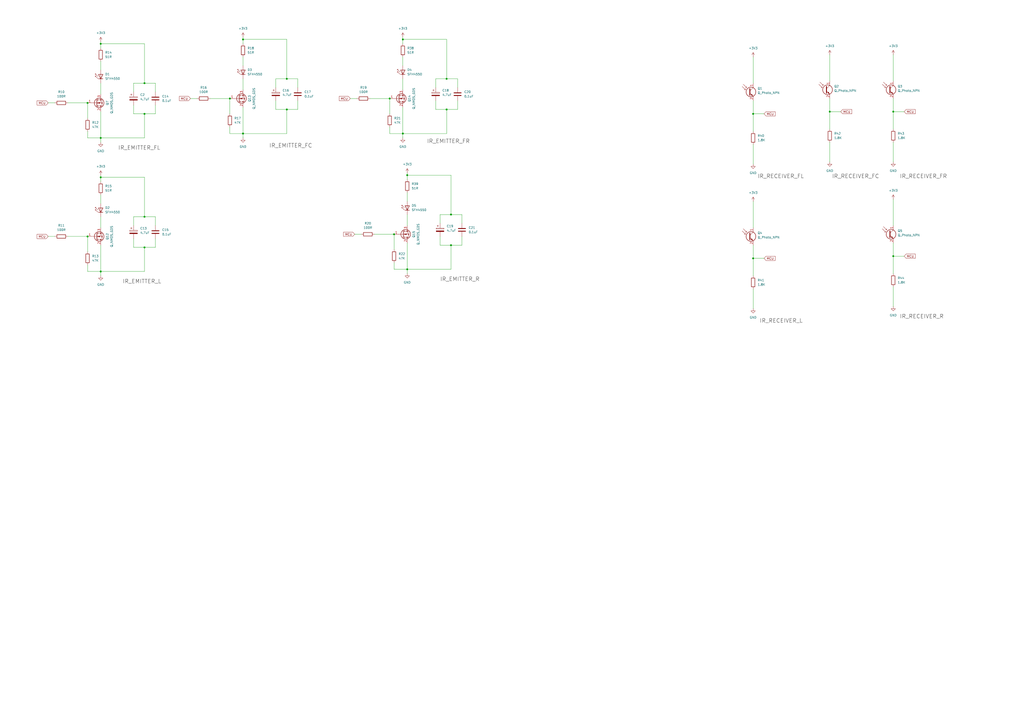
<source format=kicad_sch>
(kicad_sch (version 20250114) (generator "eeschema") (generator_version "9.0")
  (paper "A2")
  (lib_symbols
    (symbol "Device:C" (pin_numbers (hide yes)) (pin_names (offset 0.254))
      (property "Reference" "C" (at 0.635 2.54 0))
      (property "Value" "C" (at 0.635 -2.54 0))
      (symbol "C_0_1"
        (polyline (pts (xy -2.032 0.762) (xy 2.032 0.762)) (stroke (width 0.508)))
        (polyline (pts (xy -2.032 -0.762) (xy 2.032 -0.762)) (stroke (width 0.508)))
      )
      (symbol "C_1_1"
        (pin passive line (at 0 3.81 270) (length 2.794) (name "~") (number "1"))
        (pin passive line (at 0 -3.81 90) (length 2.794) (name "~") (number "2"))
      )
    )
    (symbol "Device:C_Polarized" (pin_numbers (hide yes)) (pin_names (offset 0.254))
      (property "Reference" "C" (at 0.635 2.54 0))
      (property "Value" "C_Polarized" (at 0.635 -2.54 0))
      (symbol "C_Polarized_0_1"
        (rectangle (start -2.286 0.508) (end 2.286 1.016))
        (polyline (pts (xy -1.778 2.286) (xy -0.762 2.286)))
        (polyline (pts (xy -1.27 2.794) (xy -1.27 1.778)))
        (rectangle (start 2.286 -0.508) (end -2.286 -1.016) (fill (type outline)))
      )
      (symbol "C_Polarized_1_1"
        (pin passive line (at 0 3.81 270) (length 2.794) (name "~") (number "1"))
        (pin passive line (at 0 -3.81 90) (length 2.794) (name "~") (number "2"))
      )
    )
    (symbol "Device:Q_Photo_NPN" (pin_names (offset 0) (hide yes))
      (property "Reference" "Q" (at 5.08 1.27 0))
      (property "Value" "Q_Photo_NPN" (at 5.08 -1.27 0))
      (symbol "Q_Photo_NPN_0_1"
        (polyline (pts (xy -3.81 3.175) (xy -1.905 1.27) (xy -1.905 1.905)))
        (polyline (pts (xy -3.175 4.445) (xy -1.27 2.54) (xy -1.27 3.175)))
        (polyline (pts (xy -1.905 1.27) (xy -2.54 1.27)))
        (polyline (pts (xy -1.27 2.54) (xy -1.905 2.54)))
        (polyline (pts (xy 0.635 1.905) (xy 0.635 -1.905) (xy 0.635 -1.905)) (stroke (width 0.508)))
        (polyline (pts (xy 0.635 0.635) (xy 2.54 2.54)))
        (polyline (pts (xy 0.635 -0.635) (xy 2.54 -2.54) (xy 2.54 -2.54)))
        (circle (center 1.27 0) (radius 2.8194) (stroke (width 0.254)))
        (polyline (pts (xy 1.27 -1.778) (xy 1.778 -1.27) (xy 2.286 -2.286) (xy 1.27 -1.778) (xy 1.27 -1.778)) (fill (type outline)))
      )
      (symbol "Q_Photo_NPN_1_1"
        (pin passive line (at 2.54 5.08 270) (length 2.54) (name "C") (number "1"))
        (pin passive line (at 2.54 -5.08 90) (length 2.54) (name "E") (number "2"))
      )
    )
    (symbol "Device:R" (pin_numbers (hide yes)) (pin_names (offset 0))
      (property "Reference" "R" (at 2.032 0 90))
      (property "Value" "R" (at 0 0 90))
      (symbol "R_0_1"
        (rectangle (start -1.016 -2.54) (end 1.016 2.54) (stroke (width 0.254)))
      )
      (symbol "R_1_1"
        (pin passive line (at 0 3.81 270) (length 1.27) (name "~") (number "1"))
        (pin passive line (at 0 -3.81 90) (length 1.27) (name "~") (number "2"))
      )
    )
    (symbol "LED:SFH4550" (pin_numbers (hide yes)) (pin_names (offset 1.016) (hide yes))
      (property "Reference" "D" (at 0.508 1.778 0))
      (property "Value" "SFH4550" (at -1.016 -2.794 0))
      (symbol "SFH4550_0_1"
        (polyline (pts (xy -2.54 1.27) (xy -2.54 -1.27)) (stroke (width 0.254)))
        (polyline (pts (xy -2.413 1.651) (xy -0.889 3.175) (xy -0.889 2.667) (xy -0.889 3.175) (xy -1.397 3.175)))
        (polyline (pts (xy -1.143 1.651) (xy 0.381 3.175) (xy 0.381 2.667)))
        (polyline (pts (xy 0 0) (xy -2.54 0)))
        (polyline (pts (xy 0 -1.27) (xy -2.54 0) (xy 0 1.27) (xy 0 -1.27)) (stroke (width 0.254)))
        (polyline (pts (xy 0.381 3.175) (xy -0.127 3.175)))
      )
      (symbol "SFH4550_1_1"
        (pin passive line (at -5.08 0 0) (length 2.54) (name "K") (number "1"))
        (pin passive line (at 2.54 0 180) (length 2.54) (name "A") (number "2"))
      )
    )
    (symbol "Transistor_FET:Q_NMOS_GDS" (pin_names (offset 0) (hide yes))
      (property "Reference" "Q" (at 5.08 1.905 0))
      (property "Value" "Q_NMOS_GDS" (at 5.08 0 0))
      (symbol "Q_NMOS_GDS_0_1"
        (polyline (pts (xy 0.254 1.905) (xy 0.254 -1.905)) (stroke (width 0.254)))
        (polyline (pts (xy 0.254 0) (xy -2.54 0)))
        (polyline (pts (xy 0.762 2.286) (xy 0.762 1.27)) (stroke (width 0.254)))
        (polyline (pts (xy 0.762 0.508) (xy 0.762 -0.508)) (stroke (width 0.254)))
        (polyline (pts (xy 0.762 -1.27) (xy 0.762 -2.286)) (stroke (width 0.254)))
        (polyline (pts (xy 0.762 -1.778) (xy 3.302 -1.778) (xy 3.302 1.778) (xy 0.762 1.778)))
        (polyline (pts (xy 1.016 0) (xy 2.032 0.381) (xy 2.032 -0.381) (xy 1.016 0)) (fill (type outline)))
        (circle (center 1.651 0) (radius 2.794) (stroke (width 0.254)))
        (polyline (pts (xy 2.54 2.54) (xy 2.54 1.778)))
        (circle (center 2.54 1.778) (radius 0.254) (fill (type outline)))
        (circle (center 2.54 -1.778) (radius 0.254) (fill (type outline)))
        (polyline (pts (xy 2.54 -2.54) (xy 2.54 0) (xy 0.762 0)))
        (polyline (pts (xy 2.921 0.381) (xy 3.683 0.381)))
        (polyline (pts (xy 3.302 0.381) (xy 2.921 -0.254) (xy 3.683 -0.254) (xy 3.302 0.381)))
      )
      (symbol "Q_NMOS_GDS_1_1"
        (pin input line (at -5.08 0 0) (length 2.54) (name "G") (number "1"))
        (pin passive line (at 2.54 5.08 270) (length 2.54) (name "D") (number "2"))
        (pin passive line (at 2.54 -5.08 90) (length 2.54) (name "S") (number "3"))
      )
    )
    (symbol "power:+3V3" (power) (pin_numbers (hide yes)) (pin_names (offset 0) (hide yes))
      (property "Value" "+3V3" (at 0 3.556 0))
      (symbol "+3V3_0_1"
        (polyline (pts (xy -0.762 1.27) (xy 0 2.54)))
        (polyline (pts (xy 0 2.54) (xy 0.762 1.27)))
        (polyline (pts (xy 0 0) (xy 0 2.54)))
      )
      (symbol "+3V3_1_1"
        (pin power_in line (at 0 0 90) (length 0) (name "~") (number "1"))
      )
    )
    (symbol "power:GND" (power) (pin_numbers (hide yes)) (pin_names (offset 0) (hide yes))
      (property "Value" "GND" (at 0 -3.81 0))
      (symbol "GND_0_1"
        (polyline (pts (xy 0 0) (xy 0 -1.27) (xy 1.27 -1.27) (xy 0 -2.54) (xy -1.27 -1.27) (xy 0 -1.27)))
      )
      (symbol "GND_1_1"
        (pin power_in line (at 0 0 270) (length 0) (name "~") (number "1"))
      )
    )
  )
  (junction (at 58.42 157.48))
  (junction (at 140.97 77.47))
  (junction (at 226.06 57.15))
  (junction (at 140.97 22.86))
  (junction (at 228.6 135.89))
  (junction (at 58.42 80.01))
  (junction (at 518.16 148.59))
  (junction (at 58.42 102.87))
  (junction (at 259.08 63.5))
  (junction (at 436.88 149.86))
  (junction (at 83.82 66.04))
  (junction (at 436.88 66.04))
  (junction (at 166.37 45.72))
  (junction (at 58.42 25.4))
  (junction (at 481.33 64.77))
  (junction (at 259.08 45.72))
  (junction (at 261.62 124.46))
  (junction (at 518.16 64.77))
  (junction (at 236.22 101.6))
  (junction (at 133.35 57.15))
  (junction (at 166.37 63.5))
  (junction (at 83.82 143.51))
  (junction (at 261.62 142.24))
  (junction (at 233.68 77.47))
  (junction (at 233.68 22.86))
  (junction (at 50.8 59.69))
  (junction (at 83.82 125.73))
  (junction (at 50.8 137.16))
  (junction (at 83.82 48.26))
  (junction (at 236.22 156.21))
  (wire (pts (xy 261.62 142.24) (xy 261.62 156.21)))
  (wire (pts (xy 90.17 48.26) (xy 90.17 53.34)))
  (wire (pts (xy 226.06 77.47) (xy 233.68 77.47)))
  (wire (pts (xy 77.47 53.34) (xy 77.47 48.26)))
  (wire (pts (xy 133.35 73.66) (xy 133.35 77.47)))
  (wire (pts (xy 436.88 149.86) (xy 436.88 160.02)))
  (wire (pts (xy 50.8 157.48) (xy 58.42 157.48)))
  (wire (pts (xy 259.08 63.5) (xy 259.08 77.47)))
  (wire (pts (xy 77.47 48.26) (xy 83.82 48.26)))
  (wire (pts (xy 518.16 64.77) (xy 518.16 74.93)))
  (wire (pts (xy 58.42 113.03) (xy 58.42 118.11)))
  (wire (pts (xy 203.2 57.15) (xy 207.01 57.15)))
  (wire (pts (xy 236.22 124.46) (xy 236.22 130.81)))
  (wire (pts (xy 436.88 66.04) (xy 436.88 76.2)))
  (wire (pts (xy 133.35 66.04) (xy 133.35 57.15)))
  (wire (pts (xy 172.72 45.72) (xy 172.72 50.8)))
  (wire (pts (xy 252.73 58.42) (xy 252.73 63.5)))
  (wire (pts (xy 110.49 57.15) (xy 114.3 57.15)))
  (wire (pts (xy 228.6 152.4) (xy 228.6 156.21)))
  (wire (pts (xy 166.37 63.5) (xy 166.37 77.47)))
  (wire (pts (xy 518.16 31.75) (xy 518.16 46.99)))
  (wire (pts (xy 77.47 138.43) (xy 77.47 143.51)))
  (wire (pts (xy 436.88 83.82) (xy 436.88 95.25)))
  (wire (pts (xy 518.16 166.37) (xy 518.16 177.8)))
  (wire (pts (xy 233.68 77.47) (xy 233.68 80.01)))
  (wire (pts (xy 518.16 64.77) (xy 524.51 64.77)))
  (wire (pts (xy 58.42 157.48) (xy 58.42 160.02)))
  (wire (pts (xy 58.42 24.13) (xy 58.42 25.4)))
  (wire (pts (xy 261.62 156.21) (xy 236.22 156.21)))
  (wire (pts (xy 50.8 68.58) (xy 50.8 59.69)))
  (wire (pts (xy 518.16 148.59) (xy 524.51 148.59)))
  (wire (pts (xy 140.97 62.23) (xy 140.97 77.47)))
  (wire (pts (xy 436.88 58.42) (xy 436.88 66.04)))
  (wire (pts (xy 58.42 80.01) (xy 58.42 82.55)))
  (wire (pts (xy 481.33 64.77) (xy 487.68 64.77)))
  (wire (pts (xy 83.82 25.4) (xy 83.82 48.26)))
  (wire (pts (xy 236.22 101.6) (xy 261.62 101.6)))
  (wire (pts (xy 140.97 22.86) (xy 140.97 25.4)))
  (wire (pts (xy 205.74 135.89) (xy 209.55 135.89)))
  (wire (pts (xy 217.17 135.89) (xy 228.6 135.89)))
  (wire (pts (xy 83.82 80.01) (xy 58.42 80.01)))
  (wire (pts (xy 518.16 82.55) (xy 518.16 93.98)))
  (wire (pts (xy 27.94 137.16) (xy 31.75 137.16)))
  (wire (pts (xy 518.16 115.57) (xy 518.16 130.81)))
  (wire (pts (xy 50.8 146.05) (xy 50.8 137.16)))
  (wire (pts (xy 140.97 22.86) (xy 166.37 22.86)))
  (wire (pts (xy 166.37 45.72) (xy 172.72 45.72)))
  (wire (pts (xy 166.37 22.86) (xy 166.37 45.72)))
  (wire (pts (xy 267.97 124.46) (xy 267.97 129.54)))
  (wire (pts (xy 236.22 156.21) (xy 236.22 158.75)))
  (wire (pts (xy 226.06 73.66) (xy 226.06 77.47)))
  (wire (pts (xy 166.37 63.5) (xy 160.02 63.5)))
  (wire (pts (xy 77.47 60.96) (xy 77.47 66.04)))
  (wire (pts (xy 233.68 22.86) (xy 259.08 22.86)))
  (wire (pts (xy 58.42 142.24) (xy 58.42 157.48)))
  (wire (pts (xy 133.35 77.47) (xy 140.97 77.47)))
  (wire (pts (xy 160.02 45.72) (xy 166.37 45.72)))
  (wire (pts (xy 481.33 64.77) (xy 481.33 74.93)))
  (wire (pts (xy 58.42 64.77) (xy 58.42 80.01)))
  (wire (pts (xy 27.94 59.69) (xy 31.75 59.69)))
  (wire (pts (xy 233.68 45.72) (xy 233.68 52.07)))
  (wire (pts (xy 90.17 125.73) (xy 90.17 130.81)))
  (wire (pts (xy 140.97 33.02) (xy 140.97 38.1)))
  (wire (pts (xy 140.97 21.59) (xy 140.97 22.86)))
  (wire (pts (xy 121.92 57.15) (xy 133.35 57.15)))
  (wire (pts (xy 83.82 157.48) (xy 58.42 157.48)))
  (wire (pts (xy 58.42 102.87) (xy 58.42 105.41)))
  (wire (pts (xy 255.27 137.16) (xy 255.27 142.24)))
  (wire (pts (xy 261.62 124.46) (xy 267.97 124.46)))
  (wire (pts (xy 58.42 25.4) (xy 58.42 27.94)))
  (wire (pts (xy 83.82 143.51) (xy 77.47 143.51)))
  (wire (pts (xy 481.33 57.15) (xy 481.33 64.77)))
  (wire (pts (xy 233.68 62.23) (xy 233.68 77.47)))
  (wire (pts (xy 236.22 100.33) (xy 236.22 101.6)))
  (wire (pts (xy 261.62 101.6) (xy 261.62 124.46)))
  (wire (pts (xy 259.08 63.5) (xy 252.73 63.5)))
  (wire (pts (xy 233.68 21.59) (xy 233.68 22.86)))
  (wire (pts (xy 236.22 111.76) (xy 236.22 116.84)))
  (wire (pts (xy 267.97 137.16) (xy 267.97 142.24)))
  (wire (pts (xy 252.73 50.8) (xy 252.73 45.72)))
  (wire (pts (xy 160.02 58.42) (xy 160.02 63.5)))
  (wire (pts (xy 436.88 66.04) (xy 443.23 66.04)))
  (wire (pts (xy 58.42 48.26) (xy 58.42 54.61)))
  (wire (pts (xy 58.42 101.6) (xy 58.42 102.87)))
  (wire (pts (xy 50.8 76.2) (xy 50.8 80.01)))
  (wire (pts (xy 436.88 167.64) (xy 436.88 179.07)))
  (wire (pts (xy 172.72 63.5) (xy 166.37 63.5)))
  (wire (pts (xy 90.17 66.04) (xy 83.82 66.04)))
  (wire (pts (xy 236.22 140.97) (xy 236.22 156.21)))
  (wire (pts (xy 518.16 140.97) (xy 518.16 148.59)))
  (wire (pts (xy 166.37 77.47) (xy 140.97 77.47)))
  (wire (pts (xy 265.43 45.72) (xy 265.43 50.8)))
  (wire (pts (xy 58.42 35.56) (xy 58.42 40.64)))
  (wire (pts (xy 90.17 143.51) (xy 83.82 143.51)))
  (wire (pts (xy 265.43 63.5) (xy 259.08 63.5)))
  (wire (pts (xy 267.97 142.24) (xy 261.62 142.24)))
  (wire (pts (xy 481.33 82.55) (xy 481.33 93.98)))
  (wire (pts (xy 58.42 25.4) (xy 83.82 25.4)))
  (wire (pts (xy 261.62 142.24) (xy 255.27 142.24)))
  (wire (pts (xy 436.88 149.86) (xy 443.23 149.86)))
  (wire (pts (xy 255.27 124.46) (xy 261.62 124.46)))
  (wire (pts (xy 39.37 137.16) (xy 50.8 137.16)))
  (wire (pts (xy 83.82 143.51) (xy 83.82 157.48)))
  (wire (pts (xy 255.27 129.54) (xy 255.27 124.46)))
  (wire (pts (xy 228.6 156.21) (xy 236.22 156.21)))
  (wire (pts (xy 83.82 48.26) (xy 90.17 48.26)))
  (wire (pts (xy 265.43 58.42) (xy 265.43 63.5)))
  (wire (pts (xy 58.42 102.87) (xy 83.82 102.87)))
  (wire (pts (xy 83.82 125.73) (xy 90.17 125.73)))
  (wire (pts (xy 160.02 50.8) (xy 160.02 45.72)))
  (wire (pts (xy 518.16 57.15) (xy 518.16 64.77)))
  (wire (pts (xy 140.97 45.72) (xy 140.97 52.07)))
  (wire (pts (xy 83.82 66.04) (xy 83.82 80.01)))
  (wire (pts (xy 39.37 59.69) (xy 50.8 59.69)))
  (wire (pts (xy 172.72 58.42) (xy 172.72 63.5)))
  (wire (pts (xy 233.68 33.02) (xy 233.68 38.1)))
  (wire (pts (xy 436.88 33.02) (xy 436.88 48.26)))
  (wire (pts (xy 259.08 22.86) (xy 259.08 45.72)))
  (wire (pts (xy 77.47 125.73) (xy 83.82 125.73)))
  (wire (pts (xy 58.42 125.73) (xy 58.42 132.08)))
  (wire (pts (xy 90.17 138.43) (xy 90.17 143.51)))
  (wire (pts (xy 259.08 45.72) (xy 265.43 45.72)))
  (wire (pts (xy 83.82 102.87) (xy 83.82 125.73)))
  (wire (pts (xy 436.88 142.24) (xy 436.88 149.86)))
  (wire (pts (xy 481.33 31.75) (xy 481.33 46.99)))
  (wire (pts (xy 518.16 148.59) (xy 518.16 158.75)))
  (wire (pts (xy 259.08 77.47) (xy 233.68 77.47)))
  (wire (pts (xy 226.06 66.04) (xy 226.06 57.15)))
  (wire (pts (xy 50.8 153.67) (xy 50.8 157.48)))
  (wire (pts (xy 252.73 45.72) (xy 259.08 45.72)))
  (wire (pts (xy 436.88 116.84) (xy 436.88 132.08)))
  (wire (pts (xy 228.6 144.78) (xy 228.6 135.89)))
  (wire (pts (xy 236.22 101.6) (xy 236.22 104.14)))
  (wire (pts (xy 90.17 60.96) (xy 90.17 66.04)))
  (wire (pts (xy 233.68 22.86) (xy 233.68 25.4)))
  (wire (pts (xy 83.82 66.04) (xy 77.47 66.04)))
  (wire (pts (xy 214.63 57.15) (xy 226.06 57.15)))
  (wire (pts (xy 50.8 80.01) (xy 58.42 80.01)))
  (wire (pts (xy 77.47 130.81) (xy 77.47 125.73)))
  (wire (pts (xy 140.97 77.47) (xy 140.97 80.01)))
  (label "IR_EMITTER_FR" (at 247.65 83.82 0) (effects (font (size 2.286 2.286))))
  (label "IR_RECEIVER_FL" (at 439.42 104.14 0) (effects (font (size 2.286 2.286))))
  (label "" (at 74.93 86.36 0) (effects (font (size 2.286 2.286))))
  (label "IR_RECEIVER_L" (at 440.69 187.96 0) (effects (font (size 2.286 2.286))))
  (label "IR_EMITTER_FL" (at 68.58 87.63 0) (effects (font (size 2.286 2.286))))
  (label "IR_EMITTER_FC" (at 156.21 86.36 0) (effects (font (size 2.286 2.286))))
  (label "IR_RECEIVER_FC" (at 482.6 104.14 0) (effects (font (size 2.286 2.286))))
  (label "" (at 68.58 62.23 0))
  (label "IR_EMITTER_L" (at 71.12 165.1 0) (effects (font (size 2.286 2.286))))
  (label "IR_EMITTER_R" (at 255.27 163.83 0) (effects (font (size 2.286 2.286))))
  (label "IR_RECEIVER_FR" (at 521.97 104.14 0) (effects (font (size 2.286 2.286))))
  (label "IR_RECEIVER_R" (at 521.97 185.42 0) (effects (font (size 2.286 2.286))))
  (global_label "MCU" (shape input) (at 110.49 57.15 180) (property "Intersheetrefs" "${INTERSHEET_REFS}" (effects (hide yes))))
  (global_label "MCU" (shape input) (at 203.2 57.15 180) (property "Intersheetrefs" "${INTERSHEET_REFS}" (effects (hide yes))))
  (global_label "MCU" (shape input) (at 27.94 137.16 180) (property "Intersheetrefs" "${INTERSHEET_REFS}" (effects (hide yes))))
  (global_label "MCU" (shape input) (at 487.68 64.77 0) (property "Intersheetrefs" "${INTERSHEET_REFS}" (effects (hide yes))))
  (global_label "MCU" (shape input) (at 27.94 59.69 180) (property "Intersheetrefs" "${INTERSHEET_REFS}" (effects (hide yes))))
  (global_label "MCU" (shape input) (at 524.51 148.59 0) (property "Intersheetrefs" "${INTERSHEET_REFS}" (effects (hide yes))))
  (global_label "MCU" (shape input) (at 443.23 66.04 0) (property "Intersheetrefs" "${INTERSHEET_REFS}" (effects (hide yes))))
  (global_label "MCU" (shape input) (at 524.51 64.77 0) (property "Intersheetrefs" "${INTERSHEET_REFS}" (effects (hide yes))))
  (global_label "MCU" (shape input) (at 443.23 149.86 0) (property "Intersheetrefs" "${INTERSHEET_REFS}" (effects (hide yes))))
  (global_label "MCU" (shape input) (at 205.74 135.89 180) (property "Intersheetrefs" "${INTERSHEET_REFS}" (effects (hide yes))))
  (symbol (lib_id "power:+3V3") (at 140.97 21.59 0) (unit 1)
    (property "Reference" "#PWR028" (effects (hide yes)))
    (property "Value" "+3V3" (at 140.97 16.51 0))
    (property "Description" "Power symbol creates a global label with name \"+3V3\"" (effects (hide yes)))
  )
  (symbol (lib_id "Device:Q_Photo_NPN") (at 478.79 52.07 0) (unit 1)
    (property "Reference" "Q2" (at 483.87 50.0506 0) (effects (justify left)))
    (property "Value" "Q_Photo_NPN" (at 483.87 52.5906 0) (effects (justify left)))
    (property "Description" "NPN phototransistor, collector/emitter" (effects (hide yes)))
  )
  (symbol (lib_id "Device:R") (at 436.88 80.01 0) (unit 1)
    (property "Reference" "R40" (at 439.42 78.7399 0) (effects (justify left)))
    (property "Value" "1.8K" (at 439.42 81.2799 0) (effects (justify left)))
    (property "Description" "Resistor" (effects (hide yes)))
  )
  (symbol (lib_id "Device:C") (at 90.17 134.62 0) (unit 1)
    (property "Reference" "C15" (at 93.98 133.3499 0) (effects (justify left)))
    (property "Value" "0.1uF" (at 93.98 135.8899 0) (effects (justify left)))
    (property "Description" "Unpolarized capacitor" (effects (hide yes)))
  )
  (symbol (lib_id "power:+3V3") (at 518.16 31.75 0) (unit 1)
    (property "Reference" "#PWR040" (effects (hide yes)))
    (property "Value" "+3V3" (at 518.16 26.67 0))
    (property "Description" "Power symbol creates a global label with name \"+3V3\"" (effects (hide yes)))
  )
  (symbol (lib_id "Device:R") (at 226.06 69.85 0) (unit 1)
    (property "Reference" "R21" (at 228.6 68.5799 0) (effects (justify left)))
    (property "Value" "47K" (at 228.6 71.1199 0) (effects (justify left)))
    (property "Description" "Resistor" (effects (hide yes)))
  )
  (symbol (lib_id "power:GND") (at 58.42 160.02 0) (unit 1)
    (property "Reference" "#PWR027" (effects (hide yes)))
    (property "Value" "GND" (at 58.42 165.1 0))
    (property "Description" "Power symbol creates a global label with name \"GND\" , ground" (effects (hide yes)))
  )
  (symbol (lib_id "Device:R") (at 233.68 29.21 0) (unit 1)
    (property "Reference" "R38" (at 236.22 27.9399 0) (effects (justify left)))
    (property "Value" "51R" (at 236.22 30.4799 0) (effects (justify left)))
    (property "Description" "Resistor" (effects (hide yes)))
  )
  (symbol (lib_id "Device:R") (at 213.36 135.89 90) (unit 1)
    (property "Reference" "R20" (at 213.36 129.54 90))
    (property "Value" "100R" (at 213.36 132.08 90))
    (property "Description" "Resistor" (effects (hide yes)))
  )
  (symbol (lib_id "power:+3V3") (at 518.16 115.57 0) (unit 1)
    (property "Reference" "#PWR042" (effects (hide yes)))
    (property "Value" "+3V3" (at 518.16 110.49 0))
    (property "Description" "Power symbol creates a global label with name \"+3V3\"" (effects (hide yes)))
  )
  (symbol (lib_id "Transistor_FET:Q_NMOS_GDS") (at 55.88 137.16 0) (mirror x) (unit 1)
    (property "Reference" "Q12" (at 62.23 137.16 90))
    (property "Value" "Q_NMOS_GDS" (at 64.77 137.16 90))
    (property "Footprint" "Package_TO_SOT_SMD:SOT-23" (effects (hide yes)))
    (property "Datasheet" "kicad-embed://si2312cd.pdf" (effects (hide yes)))
    (property "Description" "N-MOSFET transistor, gate/drain/source" (effects (hide yes)))
  )
  (symbol (lib_id "power:GND") (at 481.33 93.98 0) (unit 1)
    (property "Reference" "#PWR039" (effects (hide yes)))
    (property "Value" "GND" (at 481.33 99.06 0))
    (property "Description" "Power symbol creates a global label with name \"GND\" , ground" (effects (hide yes)))
  )
  (symbol (lib_id "power:GND") (at 518.16 177.8 0) (unit 1)
    (property "Reference" "#PWR043" (effects (hide yes)))
    (property "Value" "GND" (at 518.16 182.88 0))
    (property "Description" "Power symbol creates a global label with name \"GND\" , ground" (effects (hide yes)))
  )
  (symbol (lib_id "LED:SFH4550") (at 233.68 40.64 90) (unit 1)
    (property "Reference" "D4" (at 236.22 40.5129 90) (effects (justify right)))
    (property "Value" "SFH4550" (at 236.22 43.0529 90) (effects (justify right)))
    (property "Footprint" "LED_THT:LED_D5.0mm_IRGrey" (effects (hide yes)))
    (property "Datasheet" "kicad-embed://SFH 4550_EN datasheet.pdf" (effects (hide yes)))
    (property "Description" "950nm High-Power IR-LED, 5mm" (effects (hide yes)))
  )
  (symbol (lib_id "power:GND") (at 58.42 82.55 0) (unit 1)
    (property "Reference" "#PWR05" (effects (hide yes)))
    (property "Value" "GND" (at 58.42 87.63 0))
    (property "Description" "Power symbol creates a global label with name \"GND\" , ground" (effects (hide yes)))
  )
  (symbol (lib_id "Device:Q_Photo_NPN") (at 434.34 53.34 0) (unit 1)
    (property "Reference" "Q1" (at 439.42 51.3206 0) (effects (justify left)))
    (property "Value" "Q_Photo_NPN" (at 439.42 53.8606 0) (effects (justify left)))
    (property "Description" "NPN phototransistor, collector/emitter" (effects (hide yes)))
  )
  (symbol (lib_id "power:+3V3") (at 58.42 101.6 0) (unit 1)
    (property "Reference" "#PWR06" (effects (hide yes)))
    (property "Value" "+3V3" (at 58.42 96.52 0))
    (property "Description" "Power symbol creates a global label with name \"+3V3\"" (effects (hide yes)))
  )
  (symbol (lib_id "power:GND") (at 436.88 95.25 0) (unit 1)
    (property "Reference" "#PWR035" (effects (hide yes)))
    (property "Value" "GND" (at 436.88 100.33 0))
    (property "Description" "Power symbol creates a global label with name \"GND\" , ground" (effects (hide yes)))
  )
  (symbol (lib_id "power:+3V3") (at 233.68 21.59 0) (unit 1)
    (property "Reference" "#PWR030" (effects (hide yes)))
    (property "Value" "+3V3" (at 233.68 16.51 0))
    (property "Description" "Power symbol creates a global label with name \"+3V3\"" (effects (hide yes)))
  )
  (symbol (lib_id "Device:R") (at 481.33 78.74 0) (unit 1)
    (property "Reference" "R42" (at 483.87 77.4699 0) (effects (justify left)))
    (property "Value" "1.8K" (at 483.87 80.0099 0) (effects (justify left)))
    (property "Description" "Resistor" (effects (hide yes)))
  )
  (symbol (lib_id "Device:R") (at 58.42 31.75 0) (unit 1)
    (property "Reference" "R14" (at 60.96 30.4799 0) (effects (justify left)))
    (property "Value" "51R" (at 60.96 33.0199 0) (effects (justify left)))
    (property "Description" "Resistor" (effects (hide yes)))
  )
  (symbol (lib_id "power:GND") (at 518.16 93.98 0) (unit 1)
    (property "Reference" "#PWR041" (effects (hide yes)))
    (property "Value" "GND" (at 518.16 99.06 0))
    (property "Description" "Power symbol creates a global label with name \"GND\" , ground" (effects (hide yes)))
  )
  (symbol (lib_id "LED:SFH4550") (at 58.42 120.65 90) (unit 1)
    (property "Reference" "D2" (at 60.96 120.5229 90) (effects (justify right)))
    (property "Value" "SFH4550" (at 60.96 123.0629 90) (effects (justify right)))
    (property "Footprint" "LED_THT:LED_D5.0mm_IRGrey" (effects (hide yes)))
    (property "Datasheet" "kicad-embed://SFH 4550_EN datasheet.pdf" (effects (hide yes)))
    (property "Description" "950nm High-Power IR-LED, 5mm" (effects (hide yes)))
  )
  (symbol (lib_id "Device:R") (at 236.22 107.95 0) (unit 1)
    (property "Reference" "R39" (at 238.76 106.6799 0) (effects (justify left)))
    (property "Value" "51R" (at 238.76 109.2199 0) (effects (justify left)))
    (property "Description" "Resistor" (effects (hide yes)))
  )
  (symbol (lib_id "power:+3V3") (at 436.88 33.02 0) (unit 1)
    (property "Reference" "#PWR034" (effects (hide yes)))
    (property "Value" "+3V3" (at 436.88 27.94 0))
    (property "Description" "Power symbol creates a global label with name \"+3V3\"" (effects (hide yes)))
  )
  (symbol (lib_id "LED:SFH4550") (at 140.97 40.64 90) (unit 1)
    (property "Reference" "D3" (at 143.51 40.5129 90) (effects (justify right)))
    (property "Value" "SFH4550" (at 143.51 43.0529 90) (effects (justify right)))
    (property "Footprint" "LED_THT:LED_D5.0mm_IRGrey" (effects (hide yes)))
    (property "Datasheet" "kicad-embed://SFH 4550_EN datasheet.pdf" (effects (hide yes)))
    (property "Description" "950nm High-Power IR-LED, 5mm" (effects (hide yes)))
  )
  (symbol (lib_id "Device:R") (at 118.11 57.15 90) (unit 1)
    (property "Reference" "R16" (at 118.11 50.8 90))
    (property "Value" "100R" (at 118.11 53.34 90))
    (property "Description" "Resistor" (effects (hide yes)))
  )
  (symbol (lib_id "Transistor_FET:Q_NMOS_GDS") (at 231.14 57.15 0) (mirror x) (unit 1)
    (property "Reference" "Q14" (at 237.49 57.15 90))
    (property "Value" "Q_NMOS_GDS" (at 240.03 57.15 90))
    (property "Footprint" "Package_TO_SOT_SMD:SOT-23" (effects (hide yes)))
    (property "Datasheet" "kicad-embed://si2312cd.pdf" (effects (hide yes)))
    (property "Description" "N-MOSFET transistor, gate/drain/source" (effects (hide yes)))
  )
  (symbol (lib_id "Device:C_Polarized") (at 252.73 54.61 0) (unit 1)
    (property "Reference" "C18" (at 256.54 52.4509 0) (effects (justify left)))
    (property "Value" "4.7uF" (at 256.54 54.9909 0) (effects (justify left)))
    (property "Description" "Polarized capacitor" (effects (hide yes)))
  )
  (symbol (lib_id "power:+3V3") (at 58.42 24.13 0) (unit 1)
    (property "Reference" "#PWR04" (effects (hide yes)))
    (property "Value" "+3V3" (at 58.42 19.05 0))
    (property "Description" "Power symbol creates a global label with name \"+3V3\"" (effects (hide yes)))
  )
  (symbol (lib_id "Device:C") (at 172.72 54.61 0) (unit 1)
    (property "Reference" "C17" (at 176.53 53.3399 0) (effects (justify left)))
    (property "Value" "0.1uF" (at 176.53 55.8799 0) (effects (justify left)))
    (property "Description" "Unpolarized capacitor" (effects (hide yes)))
  )
  (symbol (lib_id "Device:C_Polarized") (at 255.27 133.35 0) (unit 1)
    (property "Reference" "C19" (at 259.08 131.1909 0) (effects (justify left)))
    (property "Value" "4.7uF" (at 259.08 133.7309 0) (effects (justify left)))
    (property "Description" "Polarized capacitor" (effects (hide yes)))
  )
  (symbol (lib_id "power:GND") (at 233.68 80.01 0) (unit 1)
    (property "Reference" "#PWR031" (effects (hide yes)))
    (property "Value" "GND" (at 233.68 85.09 0))
    (property "Description" "Power symbol creates a global label with name \"GND\" , ground" (effects (hide yes)))
  )
  (symbol (lib_id "Device:R") (at 518.16 78.74 0) (unit 1)
    (property "Reference" "R43" (at 520.7 77.4699 0) (effects (justify left)))
    (property "Value" "1.8K" (at 520.7 80.0099 0) (effects (justify left)))
    (property "Description" "Resistor" (effects (hide yes)))
  )
  (symbol (lib_id "Device:C_Polarized") (at 77.47 57.15 0) (unit 1)
    (property "Reference" "C2" (at 81.28 54.9909 0) (effects (justify left)))
    (property "Value" "4.7uF" (at 81.28 57.5309 0) (effects (justify left)))
    (property "Description" "Polarized capacitor" (effects (hide yes)))
  )
  (symbol (lib_id "Transistor_FET:Q_NMOS_GDS") (at 138.43 57.15 0) (mirror x) (unit 1)
    (property "Reference" "Q13" (at 144.78 57.15 90))
    (property "Value" "Q_NMOS_GDS" (at 147.32 57.15 90))
    (property "Footprint" "Package_TO_SOT_SMD:SOT-23" (effects (hide yes)))
    (property "Datasheet" "kicad-embed://si2312cd.pdf" (effects (hide yes)))
    (property "Description" "N-MOSFET transistor, gate/drain/source" (effects (hide yes)))
  )
  (symbol (lib_id "Device:R") (at 518.16 162.56 0) (unit 1)
    (property "Reference" "R44" (at 520.7 161.2899 0) (effects (justify left)))
    (property "Value" "1.8K" (at 520.7 163.8299 0) (effects (justify left)))
    (property "Description" "Resistor" (effects (hide yes)))
  )
  (symbol (lib_id "Device:C") (at 265.43 54.61 0) (unit 1)
    (property "Reference" "C20" (at 269.24 53.3399 0) (effects (justify left)))
    (property "Value" "0.1uF" (at 269.24 55.8799 0) (effects (justify left)))
    (property "Description" "Unpolarized capacitor" (effects (hide yes)))
  )
  (symbol (lib_id "Device:C_Polarized") (at 77.47 134.62 0) (unit 1)
    (property "Reference" "C13" (at 81.28 132.4609 0) (effects (justify left)))
    (property "Value" "4.7uF" (at 81.28 135.0009 0) (effects (justify left)))
    (property "Description" "Polarized capacitor" (effects (hide yes)))
  )
  (symbol (lib_id "LED:SFH4550") (at 236.22 119.38 90) (unit 1)
    (property "Reference" "D5" (at 238.76 119.2529 90) (effects (justify right)))
    (property "Value" "SFH4550" (at 238.76 121.7929 90) (effects (justify right)))
    (property "Footprint" "LED_THT:LED_D5.0mm_IRGrey" (effects (hide yes)))
    (property "Datasheet" "kicad-embed://SFH 4550_EN datasheet.pdf" (effects (hide yes)))
    (property "Description" "950nm High-Power IR-LED, 5mm" (effects (hide yes)))
  )
  (symbol (lib_id "power:GND") (at 236.22 158.75 0) (unit 1)
    (property "Reference" "#PWR033" (effects (hide yes)))
    (property "Value" "GND" (at 236.22 163.83 0))
    (property "Description" "Power symbol creates a global label with name \"GND\" , ground" (effects (hide yes)))
  )
  (symbol (lib_id "power:+3V3") (at 436.88 116.84 0) (unit 1)
    (property "Reference" "#PWR036" (effects (hide yes)))
    (property "Value" "+3V3" (at 436.88 111.76 0))
    (property "Description" "Power symbol creates a global label with name \"+3V3\"" (effects (hide yes)))
  )
  (symbol (lib_id "Device:Q_Photo_NPN") (at 515.62 52.07 0) (unit 1)
    (property "Reference" "Q3" (at 520.7 50.0506 0) (effects (justify left)))
    (property "Value" "Q_Photo_NPN" (at 520.7 52.5906 0) (effects (justify left)))
    (property "Description" "NPN phototransistor, collector/emitter" (effects (hide yes)))
  )
  (symbol (lib_id "power:GND") (at 436.88 179.07 0) (unit 1)
    (property "Reference" "#PWR037" (effects (hide yes)))
    (property "Value" "GND" (at 436.88 184.15 0))
    (property "Description" "Power symbol creates a global label with name \"GND\" , ground" (effects (hide yes)))
  )
  (symbol (lib_id "power:+3V3") (at 236.22 100.33 0) (unit 1)
    (property "Reference" "#PWR032" (effects (hide yes)))
    (property "Value" "+3V3" (at 236.22 95.25 0))
    (property "Description" "Power symbol creates a global label with name \"+3V3\"" (effects (hide yes)))
  )
  (symbol (lib_id "Device:R") (at 133.35 69.85 0) (unit 1)
    (property "Reference" "R17" (at 135.89 68.5799 0) (effects (justify left)))
    (property "Value" "47K" (at 135.89 71.1199 0) (effects (justify left)))
    (property "Description" "Resistor" (effects (hide yes)))
  )
  (symbol (lib_id "Device:R") (at 436.88 163.83 0) (unit 1)
    (property "Reference" "R41" (at 439.42 162.5599 0) (effects (justify left)))
    (property "Value" "1.8K" (at 439.42 165.0999 0) (effects (justify left)))
    (property "Description" "Resistor" (effects (hide yes)))
  )
  (symbol (lib_id "Device:R") (at 140.97 29.21 0) (unit 1)
    (property "Reference" "R18" (at 143.51 27.9399 0) (effects (justify left)))
    (property "Value" "51R" (at 143.51 30.4799 0) (effects (justify left)))
    (property "Description" "Resistor" (effects (hide yes)))
  )
  (symbol (lib_id "Device:R") (at 50.8 149.86 0) (unit 1)
    (property "Reference" "R13" (at 53.34 148.5899 0) (effects (justify left)))
    (property "Value" "47K" (at 53.34 151.1299 0) (effects (justify left)))
    (property "Description" "Resistor" (effects (hide yes)))
  )
  (symbol (lib_id "Device:R") (at 35.56 137.16 90) (unit 1)
    (property "Reference" "R11" (at 35.56 130.81 90))
    (property "Value" "100R" (at 35.56 133.35 90))
    (property "Description" "Resistor" (effects (hide yes)))
  )
  (symbol (lib_id "Device:R") (at 35.56 59.69 90) (unit 1)
    (property "Reference" "R10" (at 35.56 53.34 90))
    (property "Value" "100R" (at 35.56 55.88 90))
    (property "Description" "Resistor" (effects (hide yes)))
  )
  (symbol (lib_id "Device:C_Polarized") (at 160.02 54.61 0) (unit 1)
    (property "Reference" "C16" (at 163.83 52.4509 0) (effects (justify left)))
    (property "Value" "4.7uF" (at 163.83 54.9909 0) (effects (justify left)))
    (property "Description" "Polarized capacitor" (effects (hide yes)))
  )
  (symbol (lib_id "Transistor_FET:Q_NMOS_GDS") (at 55.88 59.69 0) (mirror x) (unit 1)
    (property "Reference" "Q7" (at 62.23 59.69 90))
    (property "Value" "Q_NMOS_GDS" (at 64.77 59.69 90))
    (property "Footprint" "Package_TO_SOT_SMD:SOT-23" (effects (hide yes)))
    (property "Datasheet" "kicad-embed://si2312cd.pdf" (effects (hide yes)))
    (property "Description" "N-MOSFET transistor, gate/drain/source" (effects (hide yes)))
  )
  (symbol (lib_id "Device:C") (at 90.17 57.15 0) (unit 1)
    (property "Reference" "C14" (at 93.98 55.8799 0) (effects (justify left)))
    (property "Value" "0.1uF" (at 93.98 58.4199 0) (effects (justify left)))
    (property "Description" "Unpolarized capacitor" (effects (hide yes)))
  )
  (symbol (lib_id "Device:R") (at 58.42 109.22 0) (unit 1)
    (property "Reference" "R15" (at 60.96 107.9499 0) (effects (justify left)))
    (property "Value" "51R" (at 60.96 110.4899 0) (effects (justify left)))
    (property "Description" "Resistor" (effects (hide yes)))
  )
  (symbol (lib_id "Transistor_FET:Q_NMOS_GDS") (at 233.68 135.89 0) (mirror x) (unit 1)
    (property "Reference" "Q15" (at 240.03 135.89 90))
    (property "Value" "Q_NMOS_GDS" (at 242.57 135.89 90))
    (property "Footprint" "Package_TO_SOT_SMD:SOT-23" (effects (hide yes)))
    (property "Datasheet" "kicad-embed://si2312cd.pdf" (effects (hide yes)))
    (property "Description" "N-MOSFET transistor, gate/drain/source" (effects (hide yes)))
  )
  (symbol (lib_id "Device:R") (at 228.6 148.59 0) (unit 1)
    (property "Reference" "R22" (at 231.14 147.3199 0) (effects (justify left)))
    (property "Value" "47K" (at 231.14 149.8599 0) (effects (justify left)))
    (property "Description" "Resistor" (effects (hide yes)))
  )
  (symbol (lib_id "LED:SFH4550") (at 58.42 43.18 90) (unit 1)
    (property "Reference" "D1" (at 60.96 43.0529 90) (effects (justify right)))
    (property "Value" "SFH4550" (at 60.96 45.5929 90) (effects (justify right)))
    (property "Footprint" "LED_THT:LED_D5.0mm_IRGrey" (effects (hide yes)))
    (property "Datasheet" "kicad-embed://SFH 4550_EN datasheet.pdf" (effects (hide yes)))
    (property "Description" "950nm High-Power IR-LED, 5mm" (effects (hide yes)))
  )
  (symbol (lib_id "Device:Q_Photo_NPN") (at 434.34 137.16 0) (unit 1)
    (property "Reference" "Q4" (at 439.42 135.1406 0) (effects (justify left)))
    (property "Value" "Q_Photo_NPN" (at 439.42 137.6806 0) (effects (justify left)))
    (property "Description" "NPN phototransistor, collector/emitter" (effects (hide yes)))
  )
  (symbol (lib_id "power:+3V3") (at 481.33 31.75 0) (unit 1)
    (property "Reference" "#PWR038" (effects (hide yes)))
    (property "Value" "+3V3" (at 481.33 26.67 0))
    (property "Description" "Power symbol creates a global label with name \"+3V3\"" (effects (hide yes)))
  )
  (symbol (lib_id "Device:C") (at 267.97 133.35 0) (unit 1)
    (property "Reference" "C21" (at 271.78 132.0799 0) (effects (justify left)))
    (property "Value" "0.1uF" (at 271.78 134.6199 0) (effects (justify left)))
    (property "Description" "Unpolarized capacitor" (effects (hide yes)))
  )
  (symbol (lib_id "power:GND") (at 140.97 80.01 0) (unit 1)
    (property "Reference" "#PWR029" (effects (hide yes)))
    (property "Value" "GND" (at 140.97 85.09 0))
    (property "Description" "Power symbol creates a global label with name \"GND\" , ground" (effects (hide yes)))
  )
  (symbol (lib_id "Device:Q_Photo_NPN") (at 515.62 135.89 0) (unit 1)
    (property "Reference" "Q5" (at 520.7 133.8706 0) (effects (justify left)))
    (property "Value" "Q_Photo_NPN" (at 520.7 136.4106 0) (effects (justify left)))
    (property "Description" "NPN phototransistor, collector/emitter" (effects (hide yes)))
  )
  (symbol (lib_id "Device:R") (at 50.8 72.39 0) (unit 1)
    (property "Reference" "R12" (at 53.34 71.1199 0) (effects (justify left)))
    (property "Value" "47K" (at 53.34 73.6599 0) (effects (justify left)))
    (property "Description" "Resistor" (effects (hide yes)))
  )
  (symbol (lib_id "Device:R") (at 210.82 57.15 90) (unit 1)
    (property "Reference" "R19" (at 210.82 50.8 90))
    (property "Value" "100R" (at 210.82 53.34 90))
    (property "Description" "Resistor" (effects (hide yes)))
  )
)
</source>
